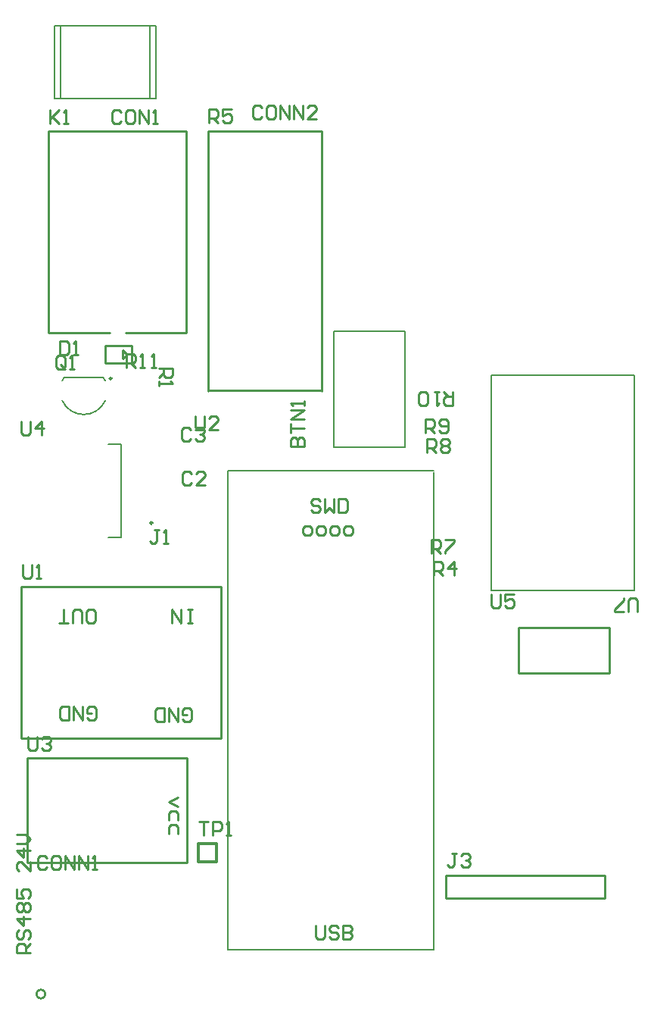
<source format=gto>
G04 Layer_Color=15132400*
%FSLAX44Y44*%
%MOMM*%
G71*
G01*
G75*
%ADD40C,0.2500*%
%ADD41C,0.2000*%
%ADD42C,0.2540*%
%ADD43C,0.2030*%
%ADD44C,0.3048*%
%ADD45C,0.2900*%
D40*
X364020Y898900D02*
G03*
X364020Y898900I-1250J0D01*
G01*
X409690Y737530D02*
G03*
X409690Y737530I-1250J0D01*
G01*
D41*
X308595Y874269D02*
G03*
X356885Y874269I24145J10920D01*
G01*
Y896111D02*
G03*
X354448Y900390I-24145J-10920D01*
G01*
X311033D02*
G03*
X308595Y896111I21707J-15200D01*
G01*
X311033Y900390D02*
X354447D01*
X494030Y795810D02*
X724030D01*
X724670Y261620D02*
Y794160D01*
X494030Y260810D02*
X723900D01*
X494030Y261620D02*
Y795020D01*
X788680Y902320D02*
X868680Y902320D01*
X788680Y782320D02*
Y902320D01*
Y662320D02*
X868680D01*
X788680D02*
Y782320D01*
X868680Y662320D02*
X948680D01*
Y782320D01*
Y902320D01*
X868680D02*
X948680D01*
X612400Y821944D02*
X692399D01*
X612400D02*
Y951944D01*
X692399D01*
Y821944D02*
Y951944D01*
X374940Y721430D02*
Y825430D01*
X360440D02*
X374940D01*
X360440Y721430D02*
X374940D01*
D42*
X289810Y211310D02*
G03*
X289810Y211310I-5000J0D01*
G01*
X356630Y915830D02*
Y935830D01*
X386630D01*
Y915830D02*
Y935830D01*
X356630Y915830D02*
X386630D01*
X376630Y930830D02*
X381630Y925830D01*
X376630Y920830D02*
Y930830D01*
Y920830D02*
X381630Y925830D01*
X379570Y949860D02*
X447570D01*
Y1174860D01*
X293570Y949860D02*
Y1174860D01*
Y949860D02*
X361570D01*
X293570Y1174860D02*
X447570D01*
X819150Y621030D02*
X920750D01*
Y570230D02*
Y621030D01*
X819150Y570230D02*
X920750D01*
X819150D02*
Y621030D01*
X915670Y318770D02*
Y344170D01*
X737870Y318770D02*
X915670D01*
X737870D02*
Y344170D01*
X915670D01*
X486150Y496660D02*
Y666660D01*
X263150Y496660D02*
X486150D01*
X263150D02*
Y666660D01*
X486150D01*
X269310Y357980D02*
Y474980D01*
Y357980D02*
X448310D01*
X269310Y474980D02*
X448310D01*
Y357980D02*
Y474980D01*
X416811Y729991D02*
X411732D01*
X414272D01*
Y717295D01*
X411732Y714756D01*
X409193D01*
X406654Y717295D01*
X421889Y714756D02*
X426967D01*
X424428D01*
Y729991D01*
X421889Y727452D01*
X380238Y910844D02*
Y926079D01*
X387855D01*
X390395Y923540D01*
Y918462D01*
X387855Y915922D01*
X380238D01*
X385316D02*
X390395Y910844D01*
X395473D02*
X400551D01*
X398012D01*
Y926079D01*
X395473Y923540D01*
X408169Y910844D02*
X413247D01*
X410708D01*
Y926079D01*
X408169Y923540D01*
X311909Y911605D02*
Y921762D01*
X309370Y924301D01*
X304291D01*
X301752Y921762D01*
Y911605D01*
X304291Y909066D01*
X309370D01*
X306830Y914144D02*
X311909Y909066D01*
X309370D02*
X311909Y911605D01*
X316987Y909066D02*
X322065D01*
X319526D01*
Y924301D01*
X316987Y921762D01*
X294894Y1198875D02*
Y1183640D01*
Y1188718D01*
X305051Y1198875D01*
X297433Y1191257D01*
X305051Y1183640D01*
X310129D02*
X315207D01*
X312668D01*
Y1198875D01*
X310129Y1196336D01*
X306070Y941065D02*
Y925830D01*
X313687D01*
X316227Y928369D01*
Y938526D01*
X313687Y941065D01*
X306070D01*
X321305Y925830D02*
X326383D01*
X323844D01*
Y941065D01*
X321305Y938526D01*
X788670Y657855D02*
Y645159D01*
X791209Y642620D01*
X796288D01*
X798827Y645159D01*
Y657855D01*
X814062D02*
X803905D01*
Y650238D01*
X808983Y652777D01*
X811523D01*
X814062Y650238D01*
Y645159D01*
X811523Y642620D01*
X806444D01*
X803905Y645159D01*
X749297Y368295D02*
X744218D01*
X746758D01*
Y355599D01*
X744218Y353060D01*
X741679D01*
X739140Y355599D01*
X754375Y365756D02*
X756914Y368295D01*
X761993D01*
X764532Y365756D01*
Y363217D01*
X761993Y360677D01*
X759453D01*
X761993D01*
X764532Y358138D01*
Y355599D01*
X761993Y353060D01*
X756914D01*
X754375Y355599D01*
X452879Y841498D02*
X450340Y844037D01*
X445261D01*
X442722Y841498D01*
Y831341D01*
X445261Y828802D01*
X450340D01*
X452879Y831341D01*
X457957Y841498D02*
X460496Y844037D01*
X465575D01*
X468114Y841498D01*
Y838959D01*
X465575Y836420D01*
X463035D01*
X465575D01*
X468114Y833880D01*
Y831341D01*
X465575Y828802D01*
X460496D01*
X457957Y831341D01*
X452959Y792666D02*
X450420Y795206D01*
X445341D01*
X442802Y792666D01*
Y782510D01*
X445341Y779970D01*
X450420D01*
X452959Y782510D01*
X468194Y779970D02*
X458037D01*
X468194Y790127D01*
Y792666D01*
X465655Y795206D01*
X460577D01*
X458037Y792666D01*
X563885Y822960D02*
X579120D01*
Y830577D01*
X576581Y833117D01*
X574042D01*
X571502Y830577D01*
Y822960D01*
Y830577D01*
X568963Y833117D01*
X566424D01*
X563885Y830577D01*
Y822960D01*
Y838195D02*
Y848352D01*
Y843273D01*
X579120D01*
Y853430D02*
X563885D01*
X579120Y863587D01*
X563885D01*
X579120Y868665D02*
Y873744D01*
Y871204D01*
X563885D01*
X566424Y868665D01*
X462153Y404236D02*
X472310D01*
X467231D01*
Y389001D01*
X477388D02*
Y404236D01*
X485006D01*
X487545Y401697D01*
Y396618D01*
X485006Y394079D01*
X477388D01*
X492623Y389001D02*
X497701D01*
X495162D01*
Y404236D01*
X492623Y401697D01*
X270510Y499105D02*
Y486409D01*
X273049Y483870D01*
X278127D01*
X280667Y486409D01*
Y499105D01*
X285745Y496566D02*
X288284Y499105D01*
X293363D01*
X295902Y496566D01*
Y494027D01*
X293363Y491488D01*
X290823D01*
X293363D01*
X295902Y488948D01*
Y486409D01*
X293363Y483870D01*
X288284D01*
X285745Y486409D01*
X374647Y1196336D02*
X372108Y1198875D01*
X367029D01*
X364490Y1196336D01*
Y1186179D01*
X367029Y1183640D01*
X372108D01*
X374647Y1186179D01*
X387343Y1198875D02*
X382264D01*
X379725Y1196336D01*
Y1186179D01*
X382264Y1183640D01*
X387343D01*
X389882Y1186179D01*
Y1196336D01*
X387343Y1198875D01*
X394960Y1183640D02*
Y1198875D01*
X405117Y1183640D01*
Y1198875D01*
X410195Y1183640D02*
X415274D01*
X412734D01*
Y1198875D01*
X410195Y1196336D01*
X273050Y257810D02*
X257815D01*
Y265427D01*
X260354Y267967D01*
X265432D01*
X267972Y265427D01*
Y257810D01*
Y262888D02*
X273050Y267967D01*
X260354Y283202D02*
X257815Y280663D01*
Y275584D01*
X260354Y273045D01*
X262893D01*
X265432Y275584D01*
Y280663D01*
X267972Y283202D01*
X270511D01*
X273050Y280663D01*
Y275584D01*
X270511Y273045D01*
X273050Y295898D02*
X257815D01*
X265432Y288280D01*
Y298437D01*
X260354Y303515D02*
X257815Y306054D01*
Y311133D01*
X260354Y313672D01*
X262893D01*
X265432Y311133D01*
X267972Y313672D01*
X270511D01*
X273050Y311133D01*
Y306054D01*
X270511Y303515D01*
X267972D01*
X265432Y306054D01*
X262893Y303515D01*
X260354D01*
X265432Y306054D02*
Y311133D01*
X257815Y328907D02*
Y318750D01*
X265432D01*
X262893Y323829D01*
Y326368D01*
X265432Y328907D01*
X270511D01*
X273050Y326368D01*
Y321289D01*
X270511Y318750D01*
X273050Y359377D02*
Y349220D01*
X262893Y359377D01*
X260354D01*
X257815Y356838D01*
Y351760D01*
X260354Y349220D01*
X273050Y372073D02*
X257815D01*
X265432Y364455D01*
Y374612D01*
X257815Y379691D02*
X267972D01*
X273050Y384769D01*
X267972Y389847D01*
X257815D01*
X291335Y362962D02*
X288796Y365501D01*
X283717D01*
X281178Y362962D01*
Y352805D01*
X283717Y350266D01*
X288796D01*
X291335Y352805D01*
X304031Y365501D02*
X298952D01*
X296413Y362962D01*
Y352805D01*
X298952Y350266D01*
X304031D01*
X306570Y352805D01*
Y362962D01*
X304031Y365501D01*
X311648Y350266D02*
Y365501D01*
X321805Y350266D01*
Y365501D01*
X326883Y350266D02*
Y365501D01*
X337040Y350266D01*
Y365501D01*
X342118Y350266D02*
X347197D01*
X344658D01*
Y365501D01*
X342118Y362962D01*
X416560Y910590D02*
X431795D01*
Y902972D01*
X429256Y900433D01*
X424178D01*
X421638Y902972D01*
Y910590D01*
Y905512D02*
X416560Y900433D01*
Y895355D02*
Y890277D01*
Y892816D01*
X431795D01*
X429256Y895355D01*
X264414Y690875D02*
Y678179D01*
X266953Y675640D01*
X272031D01*
X274571Y678179D01*
Y690875D01*
X279649Y675640D02*
X284727D01*
X282188D01*
Y690875D01*
X279649Y688336D01*
X457962Y857245D02*
Y844549D01*
X460501Y842010D01*
X465579D01*
X468119Y844549D01*
Y857245D01*
X483354Y842010D02*
X473197D01*
X483354Y852167D01*
Y854706D01*
X480815Y857245D01*
X475736D01*
X473197Y854706D01*
X532127Y1201416D02*
X529588Y1203955D01*
X524509D01*
X521970Y1201416D01*
Y1191259D01*
X524509Y1188720D01*
X529588D01*
X532127Y1191259D01*
X544823Y1203955D02*
X539744D01*
X537205Y1201416D01*
Y1191259D01*
X539744Y1188720D01*
X544823D01*
X547362Y1191259D01*
Y1201416D01*
X544823Y1203955D01*
X552440Y1188720D02*
Y1203955D01*
X562597Y1188720D01*
Y1203955D01*
X567675Y1188720D02*
Y1203955D01*
X577832Y1188720D01*
Y1203955D01*
X593067Y1188720D02*
X582910D01*
X593067Y1198877D01*
Y1201416D01*
X590528Y1203955D01*
X585449D01*
X582910Y1201416D01*
X472948Y1184148D02*
Y1199383D01*
X480565D01*
X483105Y1196844D01*
Y1191766D01*
X480565Y1189226D01*
X472948D01*
X478026D02*
X483105Y1184148D01*
X498340Y1199383D02*
X488183D01*
Y1191766D01*
X493261Y1194305D01*
X495801D01*
X498340Y1191766D01*
Y1186687D01*
X495801Y1184148D01*
X490722D01*
X488183Y1186687D01*
X952119Y638434D02*
Y651130D01*
X949580Y653669D01*
X944501D01*
X941962Y651130D01*
Y638434D01*
X936884D02*
X926727D01*
Y640973D01*
X936884Y651130D01*
Y653669D01*
X723900Y679450D02*
Y694685D01*
X731517D01*
X734057Y692146D01*
Y687067D01*
X731517Y684528D01*
X723900D01*
X728978D02*
X734057Y679450D01*
X746753D02*
Y694685D01*
X739135Y687067D01*
X749292D01*
X721360Y703580D02*
Y718815D01*
X728978D01*
X731517Y716276D01*
Y711198D01*
X728978Y708658D01*
X721360D01*
X726438D02*
X731517Y703580D01*
X736595Y718815D02*
X746752D01*
Y716276D01*
X736595Y706119D01*
Y703580D01*
X716280Y816610D02*
Y831845D01*
X723897D01*
X726437Y829306D01*
Y824228D01*
X723897Y821688D01*
X716280D01*
X721358D02*
X726437Y816610D01*
X731515Y829306D02*
X734054Y831845D01*
X739133D01*
X741672Y829306D01*
Y826767D01*
X739133Y824228D01*
X741672Y821688D01*
Y819149D01*
X739133Y816610D01*
X734054D01*
X731515Y819149D01*
Y821688D01*
X734054Y824228D01*
X731515Y826767D01*
Y829306D01*
X734054Y824228D02*
X739133D01*
X715010Y838200D02*
Y853435D01*
X722627D01*
X725167Y850896D01*
Y845817D01*
X722627Y843278D01*
X715010D01*
X720088D02*
X725167Y838200D01*
X730245Y840739D02*
X732784Y838200D01*
X737863D01*
X740402Y840739D01*
Y850896D01*
X737863Y853435D01*
X732784D01*
X730245Y850896D01*
Y848357D01*
X732784Y845817D01*
X740402D01*
X745490Y883920D02*
Y868685D01*
X737872D01*
X735333Y871224D01*
Y876302D01*
X737872Y878842D01*
X745490D01*
X740412D02*
X735333Y883920D01*
X730255D02*
X725177D01*
X727716D01*
Y868685D01*
X730255Y871224D01*
X717559D02*
X715020Y868685D01*
X709941D01*
X707402Y871224D01*
Y881381D01*
X709941Y883920D01*
X715020D01*
X717559Y881381D01*
Y871224D01*
X263144Y851149D02*
Y838453D01*
X265683Y835914D01*
X270762D01*
X273301Y838453D01*
Y851149D01*
X285997Y835914D02*
Y851149D01*
X278379Y843531D01*
X288536D01*
X591820Y288285D02*
Y275589D01*
X594359Y273050D01*
X599437D01*
X601977Y275589D01*
Y288285D01*
X617212Y285746D02*
X614673Y288285D01*
X609594D01*
X607055Y285746D01*
Y283207D01*
X609594Y280667D01*
X614673D01*
X617212Y278128D01*
Y275589D01*
X614673Y273050D01*
X609594D01*
X607055Y275589D01*
X622290Y288285D02*
Y273050D01*
X629908D01*
X632447Y275589D01*
Y278128D01*
X629908Y280667D01*
X622290D01*
X629908D01*
X632447Y283207D01*
Y285746D01*
X629908Y288285D01*
X622290D01*
X580389Y723900D02*
X585467D01*
X588007Y726439D01*
Y731517D01*
X585467Y734057D01*
X580389D01*
X577850Y731517D01*
Y726439D01*
X580389Y723900D01*
X595624D02*
X600703D01*
X603242Y726439D01*
Y731517D01*
X600703Y734057D01*
X595624D01*
X593085Y731517D01*
Y726439D01*
X595624Y723900D01*
X610859D02*
X615938D01*
X618477Y726439D01*
Y731517D01*
X615938Y734057D01*
X610859D01*
X608320Y731517D01*
Y726439D01*
X610859Y723900D01*
X626094D02*
X631173D01*
X633712Y726439D01*
Y731517D01*
X631173Y734057D01*
X626094D01*
X623555Y731517D01*
Y726439D01*
X626094Y723900D01*
X596897Y761996D02*
X594357Y764535D01*
X589279D01*
X586740Y761996D01*
Y759457D01*
X589279Y756917D01*
X594357D01*
X596897Y754378D01*
Y751839D01*
X594357Y749300D01*
X589279D01*
X586740Y751839D01*
X601975Y764535D02*
Y749300D01*
X607053Y754378D01*
X612132Y749300D01*
Y764535D01*
X617210D02*
Y749300D01*
X624828D01*
X627367Y751839D01*
Y761996D01*
X624828Y764535D01*
X617210D01*
X442943Y517914D02*
X445482Y515375D01*
X450561D01*
X453100Y517914D01*
Y528071D01*
X450561Y530610D01*
X445482D01*
X442943Y528071D01*
Y522993D01*
X448022D01*
X437865Y530610D02*
Y515375D01*
X427708Y530610D01*
Y515375D01*
X422630D02*
Y530610D01*
X415012D01*
X412473Y528071D01*
Y517914D01*
X415012Y515375D01*
X422630D01*
X336093Y519514D02*
X338633Y516975D01*
X343711D01*
X346250Y519514D01*
Y529671D01*
X343711Y532210D01*
X338633D01*
X336093Y529671D01*
Y524593D01*
X341172D01*
X331015Y532210D02*
Y516975D01*
X320858Y532210D01*
Y516975D01*
X315780D02*
Y532210D01*
X308162D01*
X305623Y529671D01*
Y519514D01*
X308162Y516975D01*
X315780D01*
X453900Y625425D02*
X448822D01*
X451361D01*
Y640660D01*
X453900D01*
X448822D01*
X441204D02*
Y625425D01*
X431047Y640660D01*
Y625425D01*
X338232Y625825D02*
X343311D01*
X345850Y628364D01*
Y638521D01*
X343311Y641060D01*
X338232D01*
X335693Y638521D01*
Y628364D01*
X338232Y625825D01*
X330615D02*
Y638521D01*
X328076Y641060D01*
X322997D01*
X320458Y638521D01*
Y625825D01*
X315380D02*
X305223D01*
X310301D01*
Y641060D01*
X438467Y430980D02*
X428310Y425902D01*
X438467Y420823D01*
Y405588D02*
Y413206D01*
X435928Y415745D01*
X430849D01*
X428310Y413206D01*
Y405588D01*
X438467Y390353D02*
Y397971D01*
X435928Y400510D01*
X430849D01*
X428310Y397971D01*
Y390353D01*
D43*
X406800Y1292220D02*
X406870D01*
X306870Y1211220D02*
X406870D01*
X306870Y1293220D02*
X406870D01*
X413870Y1211220D02*
Y1293220D01*
X406870Y1211220D02*
X413870D01*
X406870D02*
Y1293220D01*
X299870Y1211220D02*
Y1293220D01*
Y1211220D02*
X306870D01*
Y1293220D01*
X406870D02*
X413870D01*
X299870D02*
X306870D01*
D44*
X461010Y379730D02*
X481330D01*
Y359410D02*
Y379730D01*
X461010Y359410D02*
X481330D01*
X461010D02*
Y379730D01*
D45*
X599240Y885190D02*
Y1175190D01*
X472240Y885290D02*
X599240D01*
X471740Y885190D02*
Y1175190D01*
X472240D02*
X599240D01*
M02*

</source>
